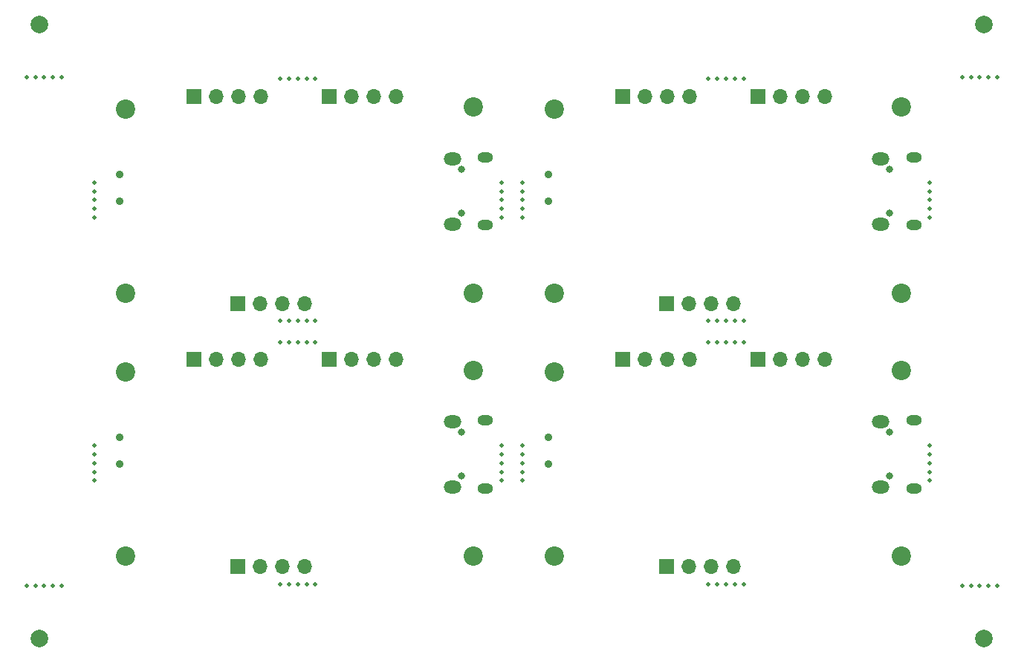
<source format=gbr>
%TF.GenerationSoftware,KiCad,Pcbnew,(6.0.7)*%
%TF.CreationDate,2022-11-18T17:10:51+07:00*%
%TF.ProjectId,test,74657374-2e6b-4696-9361-645f70636258,rev?*%
%TF.SameCoordinates,Original*%
%TF.FileFunction,Soldermask,Bot*%
%TF.FilePolarity,Negative*%
%FSLAX46Y46*%
G04 Gerber Fmt 4.6, Leading zero omitted, Abs format (unit mm)*
G04 Created by KiCad (PCBNEW (6.0.7)) date 2022-11-18 17:10:51*
%MOMM*%
%LPD*%
G01*
G04 APERTURE LIST*
%ADD10C,1.000000*%
%ADD11R,1.700000X1.700000*%
%ADD12O,1.700000X1.700000*%
%ADD13C,2.200000*%
%ADD14C,0.500000*%
%ADD15C,0.900000*%
%ADD16O,0.800000X0.800000*%
%ADD17O,2.000000X1.450000*%
%ADD18O,1.800000X1.150000*%
%ADD19C,2.000000*%
G04 APERTURE END LIST*
D10*
%TO.C,REF\u002A\u002A*%
X17000000Y-87000000D03*
%TD*%
%TO.C,REF\u002A\u002A*%
X124600000Y-17000000D03*
%TD*%
%TO.C,REF\u002A\u002A*%
X17000000Y-17000000D03*
%TD*%
D11*
%TO.C,I2C1*%
X39600000Y-78800000D03*
D12*
X42140000Y-78800000D03*
X44680000Y-78800000D03*
X47220000Y-78800000D03*
%TD*%
D13*
%TO.C,H1*%
X26800000Y-77600000D03*
%TD*%
D14*
%TO.C,REF\u002A\u002A*%
X118400000Y-67000000D03*
%TD*%
D15*
%TO.C,SW1*%
X26145000Y-67100000D03*
X26145000Y-64100000D03*
%TD*%
D14*
%TO.C,REF\u002A\u002A*%
X72000000Y-68000000D03*
%TD*%
%TO.C,REF\u002A\u002A*%
X19500000Y-81000000D03*
%TD*%
%TO.C,REF\u002A\u002A*%
X69600000Y-69000000D03*
%TD*%
D13*
%TO.C,H3*%
X75600000Y-56600000D03*
%TD*%
%TO.C,H3*%
X26800000Y-56600000D03*
%TD*%
D14*
%TO.C,REF\u002A\u002A*%
X48400000Y-80800000D03*
%TD*%
%TO.C,REF\u002A\u002A*%
X72000000Y-36000000D03*
%TD*%
%TO.C,REF\u002A\u002A*%
X118400000Y-68000000D03*
%TD*%
D13*
%TO.C,H2*%
X115200000Y-26400000D03*
%TD*%
D14*
%TO.C,REF\u002A\u002A*%
X18500000Y-81000000D03*
%TD*%
D13*
%TO.C,H2*%
X115200000Y-56400000D03*
%TD*%
D14*
%TO.C,REF\u002A\u002A*%
X69600000Y-35000000D03*
%TD*%
%TO.C,REF\u002A\u002A*%
X94200000Y-53200000D03*
%TD*%
%TO.C,REF\u002A\u002A*%
X96200000Y-80800000D03*
%TD*%
D11*
%TO.C,USART1*%
X83400000Y-25200000D03*
D12*
X85940000Y-25200000D03*
X88480000Y-25200000D03*
X91020000Y-25200000D03*
%TD*%
D14*
%TO.C,REF\u002A\u002A*%
X16500000Y-81000000D03*
%TD*%
%TO.C,REF\u002A\u002A*%
X23200000Y-35000000D03*
%TD*%
%TO.C,REF\u002A\u002A*%
X123100000Y-23000000D03*
%TD*%
%TO.C,REF\u002A\u002A*%
X97200000Y-23200000D03*
%TD*%
%TO.C,REF\u002A\u002A*%
X45400000Y-23200000D03*
%TD*%
%TO.C,REF\u002A\u002A*%
X94200000Y-23200000D03*
%TD*%
%TO.C,REF\u002A\u002A*%
X124100000Y-23000000D03*
%TD*%
D13*
%TO.C,H3*%
X26800000Y-26600000D03*
%TD*%
D14*
%TO.C,REF\u002A\u002A*%
X118400000Y-37000000D03*
%TD*%
%TO.C,REF\u002A\u002A*%
X95200000Y-80800000D03*
%TD*%
%TO.C,REF\u002A\u002A*%
X118400000Y-66000000D03*
%TD*%
%TO.C,REF\u002A\u002A*%
X48400000Y-50800000D03*
%TD*%
%TO.C,REF\u002A\u002A*%
X125100000Y-23000000D03*
%TD*%
%TO.C,REF\u002A\u002A*%
X46400000Y-23200000D03*
%TD*%
%TO.C,REF\u002A\u002A*%
X118400000Y-35000000D03*
%TD*%
%TO.C,REF\u002A\u002A*%
X118400000Y-69000000D03*
%TD*%
%TO.C,REF\u002A\u002A*%
X96200000Y-23200000D03*
%TD*%
D13*
%TO.C,H4*%
X66400000Y-77600000D03*
%TD*%
D14*
%TO.C,REF\u002A\u002A*%
X48400000Y-23200000D03*
%TD*%
%TO.C,REF\u002A\u002A*%
X46400000Y-80800000D03*
%TD*%
%TO.C,REF\u002A\u002A*%
X69600000Y-37000000D03*
%TD*%
%TO.C,REF\u002A\u002A*%
X97200000Y-53200000D03*
%TD*%
D13*
%TO.C,H1*%
X75600000Y-77600000D03*
%TD*%
D14*
%TO.C,REF\u002A\u002A*%
X69600000Y-68000000D03*
%TD*%
%TO.C,REF\u002A\u002A*%
X23200000Y-39000000D03*
%TD*%
%TO.C,REF\u002A\u002A*%
X118400000Y-39000000D03*
%TD*%
%TO.C,REF\u002A\u002A*%
X23200000Y-69000000D03*
%TD*%
D13*
%TO.C,H1*%
X26800000Y-47600000D03*
%TD*%
D14*
%TO.C,REF\u002A\u002A*%
X23200000Y-36000000D03*
%TD*%
%TO.C,REF\u002A\u002A*%
X72000000Y-39000000D03*
%TD*%
%TO.C,REF\u002A\u002A*%
X93200000Y-80800000D03*
%TD*%
%TO.C,REF\u002A\u002A*%
X96200000Y-50800000D03*
%TD*%
D16*
%TO.C,J2*%
X65045000Y-68500000D03*
X65045000Y-63500000D03*
D17*
X63995000Y-69725000D03*
D18*
X67795000Y-69875000D03*
X67795000Y-62125000D03*
D17*
X63995000Y-62275000D03*
%TD*%
D14*
%TO.C,REF\u002A\u002A*%
X15500000Y-23000000D03*
%TD*%
%TO.C,REF\u002A\u002A*%
X95200000Y-53200000D03*
%TD*%
%TO.C,REF\u002A\u002A*%
X122100000Y-23000000D03*
%TD*%
%TO.C,REF\u002A\u002A*%
X46400000Y-53200000D03*
%TD*%
%TO.C,REF\u002A\u002A*%
X16500000Y-23000000D03*
%TD*%
%TO.C,REF\u002A\u002A*%
X23200000Y-38000000D03*
%TD*%
%TO.C,REF\u002A\u002A*%
X122100000Y-81000000D03*
%TD*%
D11*
%TO.C,I2C1*%
X88400000Y-48800000D03*
D12*
X90940000Y-48800000D03*
X93480000Y-48800000D03*
X96020000Y-48800000D03*
%TD*%
D14*
%TO.C,REF\u002A\u002A*%
X15500000Y-81000000D03*
%TD*%
%TO.C,REF\u002A\u002A*%
X23200000Y-67000000D03*
%TD*%
%TO.C,REF\u002A\u002A*%
X17500000Y-81000000D03*
%TD*%
%TO.C,REF\u002A\u002A*%
X97200000Y-50800000D03*
%TD*%
%TO.C,REF\u002A\u002A*%
X48400000Y-53200000D03*
%TD*%
D11*
%TO.C,J3*%
X50000000Y-25200000D03*
D12*
X52540000Y-25200000D03*
X55080000Y-25200000D03*
X57620000Y-25200000D03*
%TD*%
D14*
%TO.C,REF\u002A\u002A*%
X69600000Y-65000000D03*
%TD*%
D19*
%TO.C,REF\u002A\u002A*%
X124600000Y-87000000D03*
%TD*%
D14*
%TO.C,REF\u002A\u002A*%
X69600000Y-39000000D03*
%TD*%
%TO.C,REF\u002A\u002A*%
X45400000Y-53200000D03*
%TD*%
%TO.C,REF\u002A\u002A*%
X72000000Y-67000000D03*
%TD*%
%TO.C,REF\u002A\u002A*%
X45400000Y-80800000D03*
%TD*%
D11*
%TO.C,USART1*%
X83400000Y-55200000D03*
D12*
X85940000Y-55200000D03*
X88480000Y-55200000D03*
X91020000Y-55200000D03*
%TD*%
D13*
%TO.C,H1*%
X75600000Y-47600000D03*
%TD*%
D11*
%TO.C,J3*%
X98800000Y-55200000D03*
D12*
X101340000Y-55200000D03*
X103880000Y-55200000D03*
X106420000Y-55200000D03*
%TD*%
D14*
%TO.C,REF\u002A\u002A*%
X72000000Y-66000000D03*
%TD*%
D13*
%TO.C,H2*%
X66400000Y-56400000D03*
%TD*%
D19*
%TO.C,REF\u002A\u002A*%
X124600000Y-17000000D03*
%TD*%
D14*
%TO.C,REF\u002A\u002A*%
X94200000Y-80800000D03*
%TD*%
%TO.C,REF\u002A\u002A*%
X72000000Y-35000000D03*
%TD*%
%TO.C,REF\u002A\u002A*%
X23200000Y-68000000D03*
%TD*%
D13*
%TO.C,H4*%
X115200000Y-77600000D03*
%TD*%
D11*
%TO.C,USART1*%
X34600000Y-25200000D03*
D12*
X37140000Y-25200000D03*
X39680000Y-25200000D03*
X42220000Y-25200000D03*
%TD*%
D14*
%TO.C,REF\u002A\u002A*%
X47400000Y-23200000D03*
%TD*%
%TO.C,REF\u002A\u002A*%
X93200000Y-53200000D03*
%TD*%
%TO.C,REF\u002A\u002A*%
X69600000Y-67000000D03*
%TD*%
%TO.C,REF\u002A\u002A*%
X95200000Y-50800000D03*
%TD*%
D13*
%TO.C,H4*%
X115200000Y-47600000D03*
%TD*%
D14*
%TO.C,REF\u002A\u002A*%
X72000000Y-65000000D03*
%TD*%
D11*
%TO.C,I2C1*%
X88400000Y-78800000D03*
D12*
X90940000Y-78800000D03*
X93480000Y-78800000D03*
X96020000Y-78800000D03*
%TD*%
D14*
%TO.C,REF\u002A\u002A*%
X97200000Y-80800000D03*
%TD*%
%TO.C,REF\u002A\u002A*%
X118400000Y-65000000D03*
%TD*%
%TO.C,REF\u002A\u002A*%
X69600000Y-38000000D03*
%TD*%
%TO.C,REF\u002A\u002A*%
X126100000Y-81000000D03*
%TD*%
%TO.C,REF\u002A\u002A*%
X96200000Y-53200000D03*
%TD*%
%TO.C,REF\u002A\u002A*%
X93200000Y-50800000D03*
%TD*%
D19*
%TO.C,REF\u002A\u002A*%
X17000000Y-17000000D03*
%TD*%
D15*
%TO.C,SW1*%
X26145000Y-37100000D03*
X26145000Y-34100000D03*
%TD*%
D13*
%TO.C,H4*%
X66400000Y-47600000D03*
%TD*%
D14*
%TO.C,REF\u002A\u002A*%
X23200000Y-66000000D03*
%TD*%
%TO.C,REF\u002A\u002A*%
X124100000Y-81000000D03*
%TD*%
D13*
%TO.C,H3*%
X75600000Y-26600000D03*
%TD*%
D14*
%TO.C,REF\u002A\u002A*%
X47400000Y-50800000D03*
%TD*%
D11*
%TO.C,I2C1*%
X39600000Y-48800000D03*
D12*
X42140000Y-48800000D03*
X44680000Y-48800000D03*
X47220000Y-48800000D03*
%TD*%
D14*
%TO.C,REF\u002A\u002A*%
X72000000Y-38000000D03*
%TD*%
%TO.C,REF\u002A\u002A*%
X23200000Y-37000000D03*
%TD*%
D13*
%TO.C,H2*%
X66400000Y-26400000D03*
%TD*%
D11*
%TO.C,USART1*%
X34600000Y-55200000D03*
D12*
X37140000Y-55200000D03*
X39680000Y-55200000D03*
X42220000Y-55200000D03*
%TD*%
D14*
%TO.C,REF\u002A\u002A*%
X69600000Y-36000000D03*
%TD*%
%TO.C,REF\u002A\u002A*%
X123100000Y-81000000D03*
%TD*%
%TO.C,REF\u002A\u002A*%
X44400000Y-53200000D03*
%TD*%
%TO.C,REF\u002A\u002A*%
X69600000Y-66000000D03*
%TD*%
%TO.C,REF\u002A\u002A*%
X44400000Y-80800000D03*
%TD*%
%TO.C,REF\u002A\u002A*%
X118400000Y-38000000D03*
%TD*%
%TO.C,REF\u002A\u002A*%
X126100000Y-23000000D03*
%TD*%
%TO.C,REF\u002A\u002A*%
X46400000Y-50800000D03*
%TD*%
%TO.C,REF\u002A\u002A*%
X47400000Y-80800000D03*
%TD*%
%TO.C,REF\u002A\u002A*%
X72000000Y-37000000D03*
%TD*%
%TO.C,REF\u002A\u002A*%
X93200000Y-23200000D03*
%TD*%
D15*
%TO.C,SW1*%
X74945000Y-34100000D03*
X74945000Y-37100000D03*
%TD*%
D14*
%TO.C,REF\u002A\u002A*%
X94200000Y-50800000D03*
%TD*%
D19*
%TO.C,REF\u002A\u002A*%
X17000000Y-87000000D03*
%TD*%
D14*
%TO.C,REF\u002A\u002A*%
X118400000Y-36000000D03*
%TD*%
D11*
%TO.C,J3*%
X50000000Y-55200000D03*
D12*
X52540000Y-55200000D03*
X55080000Y-55200000D03*
X57620000Y-55200000D03*
%TD*%
D14*
%TO.C,REF\u002A\u002A*%
X19500000Y-23000000D03*
%TD*%
D16*
%TO.C,J2*%
X113845000Y-63500000D03*
X113845000Y-68500000D03*
D18*
X116595000Y-62125000D03*
D17*
X112795000Y-69725000D03*
D18*
X116595000Y-69875000D03*
D17*
X112795000Y-62275000D03*
%TD*%
D14*
%TO.C,REF\u002A\u002A*%
X18500000Y-23000000D03*
%TD*%
D16*
%TO.C,J2*%
X113845000Y-38500000D03*
X113845000Y-33500000D03*
D18*
X116595000Y-32125000D03*
D17*
X112795000Y-39725000D03*
D18*
X116595000Y-39875000D03*
D17*
X112795000Y-32275000D03*
%TD*%
D14*
%TO.C,REF\u002A\u002A*%
X47400000Y-53200000D03*
%TD*%
%TO.C,REF\u002A\u002A*%
X44400000Y-23200000D03*
%TD*%
%TO.C,REF\u002A\u002A*%
X17500000Y-23000000D03*
%TD*%
%TO.C,REF\u002A\u002A*%
X45400000Y-50800000D03*
%TD*%
%TO.C,REF\u002A\u002A*%
X72000000Y-69000000D03*
%TD*%
%TO.C,REF\u002A\u002A*%
X44400000Y-50800000D03*
%TD*%
D11*
%TO.C,J3*%
X98800000Y-25200000D03*
D12*
X101340000Y-25200000D03*
X103880000Y-25200000D03*
X106420000Y-25200000D03*
%TD*%
D15*
%TO.C,SW1*%
X74945000Y-64100000D03*
X74945000Y-67100000D03*
%TD*%
D14*
%TO.C,REF\u002A\u002A*%
X23200000Y-65000000D03*
%TD*%
%TO.C,REF\u002A\u002A*%
X125100000Y-81000000D03*
%TD*%
%TO.C,REF\u002A\u002A*%
X95200000Y-23200000D03*
%TD*%
D16*
%TO.C,J2*%
X65045000Y-33500000D03*
X65045000Y-38500000D03*
D18*
X67795000Y-32125000D03*
D17*
X63995000Y-32275000D03*
D18*
X67795000Y-39875000D03*
D17*
X63995000Y-39725000D03*
%TD*%
M02*

</source>
